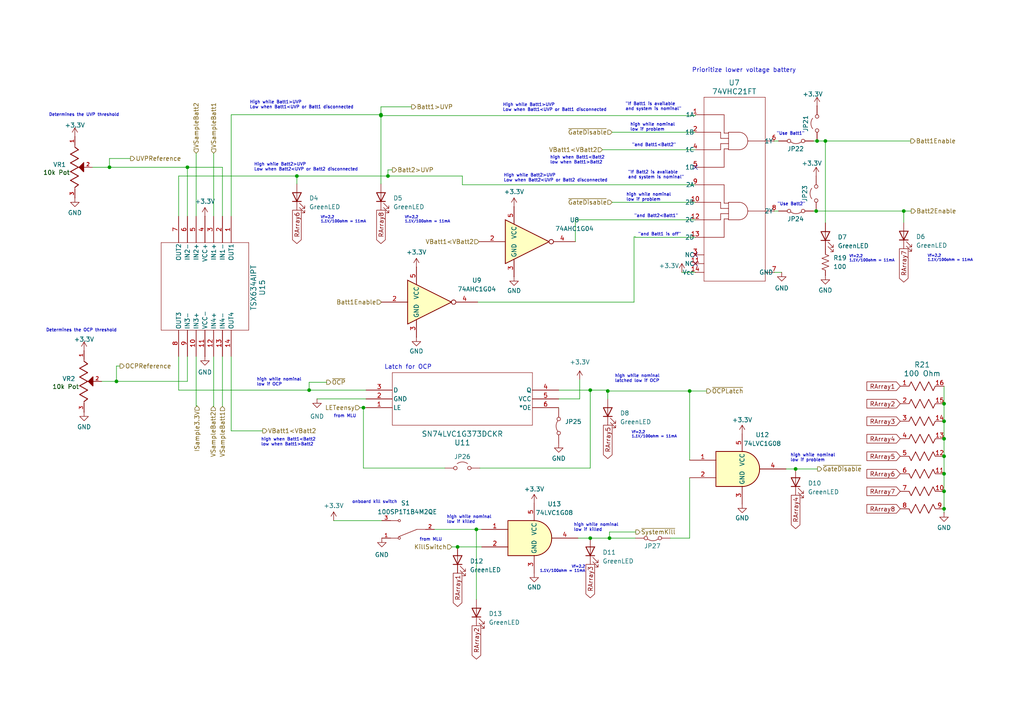
<source format=kicad_sch>
(kicad_sch (version 20231120) (generator "eeschema") (generator_version "8.0")
  (paper "A4")
  (lib_symbols
    (symbol "74xGxx:74AHC1G04"
      (property "Reference" "U" (at -2.54 3.81 0))
      (property "Value" "74AHC1G04" (at 0 -3.81 0))
      (symbol "74AHC1G04_1_1"
        (pin input line (at -15.24 0 0) (length 7.62) (name "~") (number "2"))
        (pin power_in line (at -5.08 -10.16 90) (length 5.08) (name "GND") (number "3"))
        (pin output inverted (at 12.7 0 180) (length 7.62) (name "~") (number "4"))
        (pin power_in line (at -5.08 10.16 270) (length 5.08) (name "VCC") (number "5"))
      )
    )
    (symbol "74xGxx:74LVC1G08"
      (property "Reference" "U" (at -5.08 7.62 0))
      (property "Value" "74LVC1G08" (at 7.62 -7.62 0))
      (symbol "74LVC1G08_1_1"
        (pin input line (at -15.24 2.54 0) (length 7.62) (name "~") (number "1"))
        (pin input line (at -15.24 -2.54 0) (length 7.62) (name "~") (number "2"))
        (pin power_in line (at 0 -10.16 90) (length 5.08) (name "GND") (number "3"))
        (pin output line (at 12.7 0 180) (length 7.62) (name "~") (number "4"))
        (pin power_in line (at 0 10.16 270) (length 5.08) (name "VCC") (number "5"))
      )
    )
    (symbol "Device:LED" (pin_numbers hide) (pin_names (offset 1.016) hide)
      (property "Reference" "D" (at 0 2.54 0))
      (property "Value" "LED" (at 0 -2.54 0))
      (symbol "LED_1_1"
        (pin passive line (at -3.81 0 0) (length 2.54) (name "K") (number "1"))
        (pin passive line (at 3.81 0 180) (length 2.54) (name "A") (number "2"))
      )
    )
    (symbol "Device:R_US" (pin_numbers hide) (pin_names (offset 0))
      (property "Reference" "R" (at 2.54 0 90))
      (property "Value" "R_US" (at -2.54 0 90))
      (symbol "R_US_1_1"
        (pin passive line (at 0 3.81 270) (length 1.27) (name "~") (number "1"))
        (pin passive line (at 0 -3.81 90) (length 1.27) (name "~") (number "2"))
      )
    )
    (symbol "Imported_Symbols:100SP1T1B4M2QE" (pin_names (offset 1.016))
      (property "Reference" "S" (at -2.54 5.08 0))
      (property "Value" "100SP1T1B4M2QE" (at -2.54 -5.08 0))
      (symbol "100SP1T1B4M2QE_0_0"
        (pin passive line (at 7.62 2.54 180) (length 2.54) (name "~") (number "1"))
        (pin passive line (at -7.62 0 0) (length 2.54) (name "~") (number "2"))
        (pin passive line (at 7.62 -2.54 180) (length 2.54) (name "~") (number "3"))
      )
    )
    (symbol "Imported_Symbols:3296W-1-103RLF" (pin_names (offset 1.016))
      (property "Reference" "VR" (at -5.0871 10.1742 0))
      (property "Value" "3296W-1-103RLF" (at -5.0926 -5.0926 0))
      (symbol "3296W-1-103RLF_0_0"
        (pin passive line (at -8.89 0 0) (length 2.54) (name "~") (number "1"))
        (pin passive line (at 0 5.08 270) (length 2.54) (name "~") (number "2"))
        (pin passive line (at 8.89 0 180) (length 2.54) (name "~") (number "3"))
      )
    )
    (symbol "Imported_Symbols:74VHC21FT" (pin_names (offset 0.254))
      (property "Reference" "U" (at 0 0 0))
      (property "Value" "74VHC21FT" (at 0 0 0))
      (property "Supplier 1" "https://www.digikey.com/en/products/detail/toshiba-semiconductor-and-storage/74VHC21FT/9865998" (at 0 0 0))
      (property "Supplier 1 S/N" "74VHC21FTCT-ND" (at 0 0 0))
      (symbol "74VHC21FT_1_1"
        (pin input line (at -2.54 -5.08 180) (length 0.0254) (name "1A") (number "1"))
        (pin input line (at -2.5146 -30.48 180) (length 0.0254) (name "2B") (number "10"))
        (pin no_connect line (at -2.5146 -48.26 180) (length 0.0254) (name "NC") (number "11"))
        (pin input line (at -2.5146 -35.56 180) (length 0.0254) (name "2C") (number "12"))
        (pin input line (at -2.5146 -40.64 180) (length 0.0254) (name "2D") (number "13"))
        (pin power_in line (at -2.5146 -50.8 180) (length 0.0254) (name "Vcc") (number "14"))
        (pin input line (at -2.54 -10.16 180) (length 0.0254) (name "1B") (number "2"))
        (pin no_connect line (at -2.5146 -45.72 180) (length 0.0254) (name "NC") (number "3"))
        (pin input line (at -2.5146 -15.24 180) (length 0.0254) (name "1C") (number "4"))
        (pin input line (at -2.5146 -20.32 180) (length 0.0254) (name "1D") (number "5"))
        (pin unspecified line (at 20.32 -12.7 180) (length 0.0254) (name "1Y") (number "6"))
        (pin power_out line (at 20.3454 -50.8 180) (length 0.0254) (name "GND") (number "7"))
        (pin unspecified line (at 20.3454 -33.02 180) (length 0.0254) (name "2Y") (number "8"))
        (pin input line (at -2.5146 -25.4 180) (length 0.0254) (name "2A") (number "9"))
      )
    )
    (symbol "Imported_Symbols:EXB-2HV222JV" (pin_names (offset 0.254))
      (property "Reference" "R" (at 7.62 -12.7 0))
      (property "Value" "EXB-2HV222JV" (at 7.62 -15.24 0))
      (symbol "EXB-2HV222JV_0_1"
        (pin unspecified line (at 0 0 0) (length 2.54) (name "") (number "1"))
        (pin unspecified line (at 12.7 -30.48 180) (length 2.54) (name "") (number "10"))
        (pin unspecified line (at 12.7 -25.4 180) (length 2.54) (name "") (number "11"))
        (pin unspecified line (at 12.7 -20.32 180) (length 2.54) (name "") (number "12"))
        (pin unspecified line (at 12.7 -15.24 180) (length 2.54) (name "") (number "13"))
        (pin unspecified line (at 12.7 -10.16 180) (length 2.54) (name "") (number "14"))
        (pin unspecified line (at 12.7 -5.08 180) (length 2.54) (name "") (number "15"))
        (pin unspecified line (at 12.7 0 180) (length 2.54) (name "") (number "16"))
        (pin unspecified line (at 0 -5.08 0) (length 2.54) (name "") (number "2"))
        (pin unspecified line (at 0 -10.16 0) (length 2.54) (name "") (number "3"))
        (pin unspecified line (at 0 -15.24 0) (length 2.54) (name "") (number "4"))
        (pin unspecified line (at 0 -20.32 0) (length 2.54) (name "") (number "5"))
        (pin unspecified line (at 0 -25.4 0) (length 2.54) (name "") (number "6"))
        (pin unspecified line (at 0 -30.48 0) (length 2.54) (name "") (number "7"))
        (pin unspecified line (at 0 -35.56 0) (length 2.54) (name "") (number "8"))
        (pin unspecified line (at 12.7 -35.56 180) (length 2.54) (name "") (number "9"))
      )
    )
    (symbol "Imported_Symbols:SN74LVC1G373DCKR" (pin_names (offset 0.254))
      (property "Reference" "U" (at 27.94 10.16 0))
      (property "Value" "SN74LVC1G373DCKR" (at 27.94 7.62 0))
      (symbol "SN74LVC1G373DCKR_1_1"
        (pin input line (at 0 0 0) (length 7.62) (name "LE") (number "1"))
        (pin power_in line (at 0 -2.54 0) (length 7.62) (name "GND") (number "2"))
        (pin input line (at 0 -5.08 0) (length 7.62) (name "D") (number "3"))
        (pin output line (at 55.88 -5.08 180) (length 7.62) (name "Q") (number "4"))
        (pin power_in line (at 55.88 -2.54 180) (length 7.62) (name "VCC") (number "5"))
        (pin input line (at 55.88 0 180) (length 7.62) (name "*OE") (number "6"))
      )
    )
    (symbol "Imported_Symbols:TSX634AIPT" (pin_names (offset 0.254))
      (property "Reference" "U" (at 20.32 10.16 0))
      (property "Value" "TSX634AIPT" (at 20.32 7.62 0))
      (property "Supplier 1" "https://www.digikey.com/en/products/detail/stmicroelectronics/TSX634AIPT/4280211" (at 0 0 0))
      (property "Supplier 1 S/N" "497-14067-1-ND" (at 0 0 0))
      (symbol "TSX634AIPT_0_1"
        (pin output line (at 0 0 0) (length 7.62) (name "OUT1") (number "1"))
        (pin input line (at 40.64 -10.16 180) (length 7.62) (name "IN3+") (number "10"))
        (pin power_in line (at 40.64 -7.62 180) (length 7.62) (name "VCC-") (number "11"))
        (pin input line (at 40.64 -5.08 180) (length 7.62) (name "IN4+") (number "12"))
        (pin input line (at 40.64 -2.54 180) (length 7.62) (name "IN4-") (number "13"))
        (pin output line (at 40.64 0 180) (length 7.62) (name "OUT4") (number "14"))
        (pin input line (at 0 -2.54 0) (length 7.62) (name "IN1-") (number "2"))
        (pin input line (at 0 -5.08 0) (length 7.62) (name "IN1+") (number "3"))
        (pin power_in line (at 0 -7.62 0) (length 7.62) (name "VCC+") (number "4"))
        (pin input line (at 0 -10.16 0) (length 7.62) (name "IN2+") (number "5"))
        (pin input line (at 0 -12.7 0) (length 7.62) (name "IN2-") (number "6"))
        (pin output line (at 0 -15.24 0) (length 7.62) (name "OUT2") (number "7"))
        (pin output line (at 40.64 -15.24 180) (length 7.62) (name "OUT3") (number "8"))
        (pin input line (at 40.64 -12.7 180) (length 7.62) (name "IN3-") (number "9"))
      )
    )
    (symbol "Jumper:Jumper_2_Bridged" (pin_numbers hide) (pin_names (offset 0) hide) (exclude_from_sim yes)
      (property "Reference" "JP" (at 0 1.905 0))
      (property "Value" "Jumper_2_Bridged" (at 0 -2.54 0))
      (symbol "Jumper_2_Bridged_1_1"
        (pin passive line (at -5.08 0 0) (length 2.54) (name "A") (number "1"))
        (pin passive line (at 5.08 0 180) (length 2.54) (name "B") (number "2"))
      )
    )
    (symbol "Jumper:Jumper_2_Open" (pin_numbers hide) (pin_names (offset 0) hide) (exclude_from_sim yes)
      (property "Reference" "JP" (at 0 2.794 0))
      (property "Value" "Jumper_2_Open" (at 0 -2.286 0))
      (symbol "Jumper_2_Open_1_1"
        (pin passive line (at -5.08 0 0) (length 2.54) (name "A") (number "1"))
        (pin passive line (at 5.08 0 180) (length 2.54) (name "B") (number "2"))
      )
    )
    (symbol "power:+3.3V" (power) (pin_numbers hide) (pin_names (offset 0) hide)
      (property "Value" "+3.3V" (at 0 3.556 0))
      (symbol "+3.3V_1_1"
        (pin power_in line (at 0 0 90) (length 0) (name "~") (number "1"))
      )
    )
    (symbol "power:GND" (power) (pin_numbers hide) (pin_names (offset 0) hide)
      (property "Value" "GND" (at 0 -3.81 0))
      (symbol "GND_1_1"
        (pin power_in line (at 0 0 270) (length 0) (name "~") (number "1"))
      )
    )
  )
  (junction (at 176.276 113.411))
  (junction (at 273.812 137.414))
  (junction (at 176.784 156.083))
  (junction (at 273.812 117.094))
  (junction (at 171.196 156.083))
  (junction (at 239.395 40.894))
  (junction (at 200.025 113.411))
  (junction (at 110.49 33.274))
  (junction (at 262.128 61.214))
  (junction (at 138.176 153.543))
  (junction (at 132.715 158.623))
  (junction (at 31.75 48.514))
  (junction (at 273.812 147.574))
  (junction (at 86.106 51.054))
  (junction (at 171.196 113.157))
  (junction (at 273.812 132.334))
  (junction (at 273.812 122.174))
  (junction (at 112.522 51.054))
  (junction (at 110.49 33.528))
  (junction (at 105.41 118.237))
  (junction (at 33.782 110.617))
  (junction (at 273.812 142.494))
  (junction (at 273.812 127.254))
  (junction (at 236.728 61.214))
  (junction (at 89.662 113.157))
  (junction (at 236.982 40.894))
  (junction (at 54.356 48.514))
  (junction (at 230.759 136.017))
  (no_connect (at 201.676 48.514))
  (no_connect (at 201.676 76.454))
  (no_connect (at 201.676 73.914))
  (wire (pts (xy 166.878 63.754) (xy 201.676 63.754)))
  (wire (pts (xy 168.148 110.109) (xy 168.148 115.697)))
  (wire (pts (xy 67.056 62.738) (xy 67.056 33.274)))
  (wire (pts (xy 113.792 49.276) (xy 112.522 49.276)))
  (wire (pts (xy 67.056 124.968) (xy 76.2 124.968)))
  (wire (pts (xy 119.38 30.988) (xy 110.49 30.988)))
  (wire (pts (xy 166.878 70.104) (xy 166.878 63.754)))
  (wire (pts (xy 273.812 142.494) (xy 273.812 147.574)))
  (wire (pts (xy 184.277 68.834) (xy 201.676 68.834)))
  (wire (pts (xy 183.896 68.707) (xy 184.277 68.707)))
  (wire (pts (xy 54.356 48.514) (xy 54.356 62.738)))
  (wire (pts (xy 171.196 113.157) (xy 176.276 113.157)))
  (wire (pts (xy 138.176 153.543) (xy 138.176 173.863)))
  (wire (pts (xy 138.176 153.543) (xy 139.7 153.543)))
  (wire (pts (xy 236.982 40.894) (xy 239.395 40.894)))
  (wire (pts (xy 56.896 44.45) (xy 56.896 62.738)))
  (wire (pts (xy 112.522 51.054) (xy 134.112 51.054)))
  (wire (pts (xy 230.759 136.017) (xy 237.109 136.017)))
  (wire (pts (xy 200.025 138.557) (xy 200.025 156.083)))
  (wire (pts (xy 162.052 113.157) (xy 171.196 113.157)))
  (wire (pts (xy 200.025 133.477) (xy 200.025 113.411)))
  (wire (pts (xy 200.025 113.411) (xy 204.978 113.411)))
  (wire (pts (xy 26.797 48.514) (xy 31.75 48.514)))
  (wire (pts (xy 33.782 106.172) (xy 33.782 110.617)))
  (wire (pts (xy 139.192 135.763) (xy 171.196 135.763)))
  (wire (pts (xy 104.394 118.237) (xy 105.41 118.237)))
  (wire (pts (xy 171.196 135.763) (xy 171.196 113.157)))
  (wire (pts (xy 235.966 61.214) (xy 236.728 61.214)))
  (wire (pts (xy 183.896 68.707) (xy 183.896 87.63)))
  (wire (pts (xy 105.41 118.237) (xy 106.172 118.237)))
  (wire (pts (xy 64.516 117.856) (xy 64.516 103.378)))
  (wire (pts (xy 51.816 113.157) (xy 89.662 113.157)))
  (wire (pts (xy 177.546 58.674) (xy 201.676 58.674)))
  (wire (pts (xy 201.6506 33.528) (xy 201.6506 33.274)))
  (wire (pts (xy 31.75 48.514) (xy 54.356 48.514)))
  (wire (pts (xy 57.15 117.729) (xy 56.896 117.729)))
  (wire (pts (xy 224.536 61.214) (xy 225.806 61.214)))
  (wire (pts (xy 125.984 153.543) (xy 138.176 153.543)))
  (wire (pts (xy 239.395 40.894) (xy 264.16 40.894)))
  (wire (pts (xy 86.106 51.054) (xy 112.522 51.054)))
  (wire (pts (xy 56.896 117.729) (xy 56.896 103.378)))
  (wire (pts (xy 262.128 61.214) (xy 262.128 64.516)))
  (wire (pts (xy 200.025 156.083) (xy 194.437 156.083)))
  (wire (pts (xy 162.052 118.237) (xy 162.052 118.491)))
  (wire (pts (xy 112.522 49.276) (xy 112.522 51.054)))
  (wire (pts (xy 110.49 33.528) (xy 110.49 53.34)))
  (wire (pts (xy 273.812 137.414) (xy 273.812 142.494)))
  (wire (pts (xy 176.784 156.083) (xy 171.196 156.083)))
  (wire (pts (xy 51.816 51.054) (xy 86.106 51.054)))
  (wire (pts (xy 273.812 122.174) (xy 273.812 127.254)))
  (wire (pts (xy 110.49 30.988) (xy 110.49 33.274)))
  (wire (pts (xy 236.728 61.214) (xy 262.128 61.214)))
  (wire (pts (xy 51.816 113.157) (xy 51.816 103.378)))
  (wire (pts (xy 96.774 151.003) (xy 110.744 151.003)))
  (wire (pts (xy 134.112 53.594) (xy 134.112 51.054)))
  (wire (pts (xy 176.784 154.305) (xy 176.784 156.083)))
  (wire (pts (xy 201.676 43.434) (xy 174.752 43.434)))
  (wire (pts (xy 227.965 136.017) (xy 230.759 136.017)))
  (wire (pts (xy 110.49 33.528) (xy 201.6506 33.528)))
  (wire (pts (xy 224.536 78.994) (xy 226.7331 78.994)))
  (wire (pts (xy 67.056 33.274) (xy 110.49 33.274)))
  (wire (pts (xy 105.41 135.763) (xy 105.41 118.237)))
  (wire (pts (xy 64.516 48.514) (xy 64.516 62.738)))
  (wire (pts (xy 168.148 115.697) (xy 162.052 115.697)))
  (wire (pts (xy 176.276 113.411) (xy 200.025 113.411)))
  (wire (pts (xy 134.112 53.594) (xy 201.676 53.594)))
  (wire (pts (xy 89.662 110.871) (xy 89.662 113.157)))
  (wire (pts (xy 273.812 127.254) (xy 273.812 132.334)))
  (wire (pts (xy 176.276 113.411) (xy 176.276 113.157)))
  (wire (pts (xy 167.64 156.083) (xy 171.196 156.083)))
  (wire (pts (xy 197.7771 78.994) (xy 201.676 78.994)))
  (wire (pts (xy 201.6506 38.354) (xy 177.546 38.354)))
  (wire (pts (xy 184.277 68.707) (xy 184.277 68.834)))
  (wire (pts (xy 273.812 148.717) (xy 273.812 147.574)))
  (wire (pts (xy 183.896 87.63) (xy 138.557 87.63)))
  (wire (pts (xy 176.784 154.305) (xy 184.404 154.305)))
  (wire (pts (xy 67.056 103.378) (xy 67.056 124.968)))
  (wire (pts (xy 131.064 158.623) (xy 132.715 158.623)))
  (wire (pts (xy 54.356 110.617) (xy 54.356 103.378)))
  (wire (pts (xy 273.812 117.094) (xy 273.812 122.174)))
  (wire (pts (xy 235.966 40.894) (xy 236.982 40.894)))
  (wire (pts (xy 31.75 45.974) (xy 31.75 48.514)))
  (wire (pts (xy 54.356 48.514) (xy 64.516 48.514)))
  (wire (pts (xy 61.849 117.856) (xy 61.976 117.856)))
  (wire (pts (xy 132.715 158.623) (xy 139.7 158.623)))
  (wire (pts (xy 262.128 61.214) (xy 264.287 61.214)))
  (wire (pts (xy 106.172 113.157) (xy 89.662 113.157)))
  (wire (pts (xy 86.106 53.34) (xy 86.106 51.054)))
  (wire (pts (xy 110.49 33.528) (xy 110.49 33.274)))
  (wire (pts (xy 129.032 135.763) (xy 105.41 135.763)))
  (wire (pts (xy 176.784 156.083) (xy 184.277 156.083)))
  (wire (pts (xy 224.5106 40.894) (xy 225.806 40.894)))
  (wire (pts (xy 61.976 44.45) (xy 61.976 62.738)))
  (wire (pts (xy 51.816 62.738) (xy 51.816 51.054)))
  (wire (pts (xy 31.75 45.974) (xy 37.846 45.974)))
  (wire (pts (xy 239.395 40.894) (xy 239.395 64.643)))
  (wire (pts (xy 34.798 106.172) (xy 33.782 106.172)))
  (wire (pts (xy 176.276 113.411) (xy 176.276 115.697)))
  (wire (pts (xy 91.948 115.697) (xy 106.172 115.697)))
  (wire (pts (xy 273.812 112.014) (xy 273.812 117.094)))
  (wire (pts (xy 33.782 110.617) (xy 54.356 110.617)))
  (wire (pts (xy 94.742 110.871) (xy 89.662 110.871)))
  (wire (pts (xy 273.812 132.334) (xy 273.812 137.414)))
  (wire (pts (xy 29.464 110.617) (xy 33.782 110.617)))
  (wire (pts (xy 61.976 117.856) (xy 61.976 103.378)))
  (text "Determines the UVP threshold" (at 24.384 33.401 0) (effects (font (size 0.889 0.889))))
  (text "onboard kill switch" (at 102.108 145.669 0) (effects (font (size 0.889 0.889)) (justify left)))
  (text "\"If Batt1 is available \nand system is nominal\"" (at 181.356 30.988 0) (effects (font (size 0.889 0.889)) (justify left)))
  (text "Vf=2.2\n1.1V/100ohm = 11mA" (at 183.134 126.111 0) (effects (font (size 0.762 0.762)) (justify left)))
  (text "high when Batt1<Batt2\nlow when Batt1>Batt2" (at 159.512 46.482 0) (effects (font (size 0.889 0.889)) (justify left)))
  (text "high while nominal\nlow if problem" (at 182.753 36.957 0) (effects (font (size 0.889 0.889)) (justify left)))
  (text "High while Batt1>UVP\nLow when Batt1<UVP or Batt1 disconnected" (at 72.39 30.48 0) (effects (font (size 0.889 0.889)) (justify left)))
  (text "high while nominal\nlow if killed" (at 129.54 150.749 0) (effects (font (size 0.889 0.889)) (justify left)))
  (text "\"and Batt1<Batt2\"" (at 183.261 42.164 0) (effects (font (size 0.889 0.889)) (justify left)))
  (text "high while nominal\nlow if problem" (at 229.235 132.842 0) (effects (font (size 0.889 0.889)) (justify left)))
  (text "from MLU" (at 121.666 156.591 0) (effects (font (size 0.889 0.889)) (justify left)))
  (text "High while Batt1>UVP\nLow when Batt1<UVP or Batt1 disconnected" (at 145.796 31.242 0) (effects (font (size 0.889 0.889)) (justify left)))
  (text "Vf=2.2\n1.1V/100ohm = 11mA" (at 169.799 165.1 0) (effects (font (size 0.762 0.762)) (justify right)))
  (text "\"Use Batt2\"" (at 225.425 59.309 0) (effects (font (size 0.889 0.889)) (justify left)))
  (text "\"Use Batt1\"" (at 225.2091 38.862 0) (effects (font (size 0.889 0.889)) (justify left)))
  (text "Vf=2.2\n1.1V/100ohm = 11mA" (at 268.986 74.93 0) (effects (font (size 0.762 0.762)) (justify left)))
  (text "high when Batt1<Batt2\nlow when Batt1>Batt2" (at 75.692 128.27 0) (effects (font (size 0.889 0.889)) (justify left)))
  (text "Vf=2.2\n1.1V/100ohm = 11mA" (at 92.964 63.754 0) (effects (font (size 0.762 0.762)) (justify left)))
  (text "high while nominal\nlatched low if OCP" (at 178.308 109.855 0) (effects (font (size 0.889 0.889)) (justify left)))
  (text "Prioritize lower voltage battery" (at 200.66 20.447 0) (effects (font (size 1.27 1.27)) (justify left)))
  (text "High while Batt2>UVP\nLow when Batt2<UVP or Batt2 disconnected" (at 73.66 48.514 0) (effects (font (size 0.889 0.889)) (justify left)))
  (text "Vf=2.2\n1.1V/100ohm = 11mA" (at 117.348 63.754 0) (effects (font (size 0.762 0.762)) (justify left)))
  (text "high while nominal\nlow if problem" (at 181.61 57.277 0) (effects (font (size 0.889 0.889)) (justify left)))
  (text "High while Batt2>UVP\nLow when Batt2<UVP or Batt2 disconnected" (at 146.05 51.689 0) (effects (font (size 0.889 0.889)) (justify left)))
  (text "Determines the OCP threshold" (at 23.622 95.885 0) (effects (font (size 0.889 0.889))))
  (text "\"and Batt1 is off\"" (at 185.039 68.072 0) (effects (font (size 0.889 0.889)) (justify left)))
  (text "\"If Batt2 is available \nand system is nominal\"" (at 182.118 50.8 0) (effects (font (size 0.889 0.889)) (justify left)))
  (text "Latch for OCP" (at 118.364 106.553 0) (effects (font (size 1.27 1.27))))
  (text "\"and Batt2<Batt1\"" (at 183.896 62.738 0) (effects (font (size 0.889 0.889)) (justify left)))
  (text "Vf=2.2\n1.1V/100ohm = 11mA" (at 246.253 75.057 0) (effects (font (size 0.762 0.762)) (justify left)))
  (text "from MLU" (at 96.774 120.777 0) (effects (font (size 0.889 0.889)) (justify left)))
  (text "high while nominal\nlow if killed" (at 166.37 153.035 0) (effects (font (size 0.889 0.889)) (justify left)))
  (text "high while nominal\nlow if OCP" (at 74.422 110.871 0) (effects (font (size 0.889 0.889)) (justify left)))
  (global_label "RArray4" (shape output) (at 230.759 143.637 270) (property "Intersheetrefs" "${INTERSHEET_REFS}" (effects (hide yes))))
  (global_label "RArray8" (shape input) (at 261.112 147.574 180) (property "Intersheetrefs" "${INTERSHEET_REFS}" (effects (hide yes))))
  (global_label "RArray2" (shape output) (at 138.176 181.483 270) (property "Intersheetrefs" "${INTERSHEET_REFS}" (effects (hide yes))))
  (global_label "RArray7" (shape input) (at 261.112 142.494 180) (property "Intersheetrefs" "${INTERSHEET_REFS}" (effects (hide yes))))
  (global_label "RArray5" (shape input) (at 261.112 132.334 180) (property "Intersheetrefs" "${INTERSHEET_REFS}" (effects (hide yes))))
  (global_label "RArray2" (shape input) (at 261.112 117.094 180) (property "Intersheetrefs" "${INTERSHEET_REFS}" (effects (hide yes))))
  (global_label "RArray4" (shape input) (at 261.112 127.254 180) (property "Intersheetrefs" "${INTERSHEET_REFS}" (effects (hide yes))))
  (global_label "RArray7" (shape output) (at 262.128 72.136 270) (property "Intersheetrefs" "${INTERSHEET_REFS}" (effects (hide yes))))
  (global_label "RArray1" (shape output) (at 132.715 166.243 270) (property "Intersheetrefs" "${INTERSHEET_REFS}" (effects (hide yes))))
  (global_label "RArray3" (shape input) (at 261.112 122.174 180) (property "Intersheetrefs" "${INTERSHEET_REFS}" (effects (hide yes))))
  (global_label "RArray5" (shape output) (at 176.276 123.317 270) (property "Intersheetrefs" "${INTERSHEET_REFS}" (effects (hide yes))))
  (global_label "RArray6" (shape input) (at 261.112 137.414 180) (property "Intersheetrefs" "${INTERSHEET_REFS}" (effects (hide yes))))
  (global_label "RArray3" (shape output) (at 171.196 163.703 270) (property "Intersheetrefs" "${INTERSHEET_REFS}" (effects (hide yes))))
  (global_label "RArray1" (shape input) (at 261.112 112.014 180) (property "Intersheetrefs" "${INTERSHEET_REFS}" (effects (hide yes))))
  (global_label "RArray6" (shape output) (at 86.106 60.96 270) (property "Intersheetrefs" "${INTERSHEET_REFS}" (effects (hide yes))))
  (global_label "RArray8" (shape output) (at 110.49 60.96 270) (property "Intersheetrefs" "${INTERSHEET_REFS}" (effects (hide yes))))
  (hierarchical_label "~{OCPLatch}" (shape output) (at 204.978 113.411 0))
  (hierarchical_label "VSampleBatt2" (shape input) (at 61.849 117.856 270))
  (hierarchical_label "VBatt1<VBatt2" (shape input) (at 174.752 43.434 180))
  (hierarchical_label "OCPReference" (shape output) (at 34.798 106.172 0))
  (hierarchical_label "Batt2>UVP" (shape output) (at 113.792 49.276 0))
  (hierarchical_label "VBatt1<VBatt2" (shape input) (at 138.938 70.104 180))
  (hierarchical_label "~{GateDisable}" (shape output) (at 237.109 136.017 0))
  (hierarchical_label "VSampleBatt1" (shape input) (at 64.516 117.856 270))
  (hierarchical_label "~{GateDisable}" (shape input) (at 177.546 58.674 180))
  (hierarchical_label "Batt1Enable" (shape input) (at 110.617 87.63 180))
  (hierarchical_label "Batt1Enable" (shape output) (at 264.16 40.894 0))
  (hierarchical_label "VSampleBatt1" (shape input) (at 61.976 44.45 90))
  (hierarchical_label "VBatt1<VBatt2" (shape output) (at 76.2 124.968 0))
  (hierarchical_label "~{GateDisable}" (shape input) (at 177.546 38.354 180))
  (hierarchical_label "LETeensy" (shape input) (at 104.394 118.237 180))
  (hierarchical_label "~{SystemKill}" (shape output) (at 184.404 154.305 0))
  (hierarchical_label "ISample3.3V" (shape input) (at 57.15 117.729 270))
  (hierarchical_label "UVPReference" (shape output) (at 37.846 45.974 0))
  (hierarchical_label "KillSwitch" (shape input) (at 131.064 158.623 180))
  (hierarchical_label "Batt1>UVP" (shape output) (at 119.38 30.988 0))
  (hierarchical_label "VSampleBatt2" (shape input) (at 56.896 44.45 90))
  (hierarchical_label "~{OCP}" (shape output) (at 94.742 110.871 0))
  (hierarchical_label "Batt2Enable" (shape output) (at 264.287 61.214 0))
  (symbol (lib_id "74xGxx:74LVC1G08") (at 154.94 156.083 0) (unit 1)
    (property "Reference" "U13" (at 160.782 146.177 0))
    (property "Value" "74LVC1G08" (at 160.782 148.717 0))
    (property "Footprint" "Package_TO_SOT_SMD:SOT-353_SC-70-5_Handsoldering" (effects (hide yes)))
    (property "Datasheet" "https://www.ti.com/lit/ds/symlink/sn74lvc1g08.pdf" (effects (hide yes)))
    (property "Description" "Single AND Gate, Low-Voltage CMOS" (effects (hide yes)))
    (property "MFR" "Texas Instruments" (effects (hide yes)))
    (property "MFR S/N" "SN74LVC1G08DCKR" (effects (hide yes)))
    (property "Supplier 1" "https://www.digikey.com/en/products/detail/texas-instruments/SN74LVC1G08DCKR/385719" (effects (hide yes)))
    (property "Supplier 1 S/N" "296-11602-1-ND" (effects (hide yes)))
  )
  (symbol (lib_id "Device:R_US") (at 239.395 76.073 0) (unit 1)
    (property "Reference" "R19" (at 241.681 74.8029 0) (effects (justify left)))
    (property "Value" "100" (at 241.681 77.3429 0) (effects (justify left)))
    (property "Footprint" "Resistor_SMD:R_0805_2012Metric_Pad1.20x1.40mm_HandSolder" (effects (hide yes)))
    (property "Description" "Resistor, US symbol" (effects (hide yes)))
    (property "Supplier 1" "https://www.digikey.com/en/products/detail/yageo/RC0805FR-07100RL/727543" (effects (hide yes)))
    (property "Supplier 1 S/N" "311-100CRCT-ND" (effects (hide yes)))
  )
  (symbol (lib_id "power:+3.3V") (at 149.098 59.944 0) (unit 1)
    (property "Reference" "#PWR069" (effects (hide yes)))
    (property "Value" "+3.3V" (at 149.098 55.626 0))
    (property "Description" "Power symbol creates a global label with name \"+3.3V\"" (effects (hide yes)))
  )
  (symbol (lib_id "Device:LED") (at 86.106 57.15 90) (unit 1)
    (property "Reference" "D4" (at 89.662 57.4674 90) (effects (justify right)))
    (property "Value" "GreenLED" (at 89.662 60.0074 90) (effects (justify right)))
    (property "Footprint" "LED_SMD:LED_0603_1608Metric_Pad1.05x0.95mm_HandSolder" (effects (hide yes)))
    (property "Datasheet" "https://fscdn.rohm.com/en/products/databook/datasheet/opto/led/chip_mono/sml-d12p8wt86-e.pdf" (effects (hide yes)))
    (property "Description" "Green LED, Vf = 2.2" (effects (hide yes)))
    (property "Supplier 1" "https://www.digikey.com/en/products/detail/rohm-semiconductor/SML-D12P8WT86/1641798" (effects (hide yes)))
    (property "Supplier 1 S/N" "846-SML-D12P8WT86CT-ND" (effects (hide yes)))
  )
  (symbol (lib_id "power:+3.3V") (at 24.384 101.727 0) (unit 1)
    (property "Reference" "#PWR079" (effects (hide yes)))
    (property "Value" "+3.3V" (at 24.384 98.425 0))
    (property "Description" "Power symbol creates a global label with name \"+3.3V\"" (effects (hide yes)))
  )
  (symbol (lib_id "74xGxx:74AHC1G04") (at 125.857 87.63 0) (unit 1)
    (property "Reference" "U9" (at 138.303 81.3114 0))
    (property "Value" "74AHC1G04" (at 138.303 83.8514 0))
    (property "Footprint" "Package_TO_SOT_SMD:SOT-353_SC-70-5_Handsoldering" (effects (hide yes)))
    (property "Datasheet" "http://www.ti.com/lit/sg/scyt129e/scyt129e.pdf" (effects (hide yes)))
    (property "Description" "Single NOT Gate, Low-Voltage CMOS" (effects (hide yes)))
    (property "Supplier 1" "https://www.digikey.com/en/products/detail/texas-instruments/SN74LVC1G04DCKR/385717" (effects (hide yes)))
    (property "Supplier 1 S/N" "296-11600-1-ND" (effects (hide yes)))
  )
  (symbol (lib_id "power:+3.3V") (at 21.717 39.624 0) (unit 1)
    (property "Reference" "#PWR061" (effects (hide yes)))
    (property "Value" "+3.3V" (at 21.717 36.322 0))
    (property "Description" "Power symbol creates a global label with name \"+3.3V\"" (effects (hide yes)))
  )
  (symbol (lib_id "Device:LED") (at 230.759 139.827 90) (unit 1)
    (property "Reference" "D10" (at 234.315 140.1444 90) (effects (justify right)))
    (property "Value" "GreenLED" (at 234.315 142.6844 90) (effects (justify right)))
    (property "Footprint" "LED_SMD:LED_0603_1608Metric_Pad1.05x0.95mm_HandSolder" (effects (hide yes)))
    (property "Datasheet" "https://fscdn.rohm.com/en/products/databook/datasheet/opto/led/chip_mono/sml-d12p8wt86-e.pdf" (effects (hide yes)))
    (property "Description" "Green LED, Vf = 2.2" (effects (hide yes)))
    (property "Supplier 1" "https://www.digikey.com/en/products/detail/rohm-semiconductor/SML-D12P8WT86/1641798" (effects (hide yes)))
    (property "Supplier 1 S/N" "846-SML-D12P8WT86CT-ND" (effects (hide yes)))
  )
  (symbol (lib_id "power:GND") (at 21.717 57.404 0) (unit 1)
    (property "Reference" "#PWR066" (effects (hide yes)))
    (property "Value" "GND" (at 21.717 61.722 0))
    (property "Description" "Power symbol creates a global label with name \"GND\" , ground" (effects (hide yes)))
  )
  (symbol (lib_id "power:GND") (at 120.777 97.79 0) (unit 1)
    (property "Reference" "#PWR078" (effects (hide yes)))
    (property "Value" "GND" (at 120.777 101.854 0))
    (property "Description" "Power symbol creates a global label with name \"GND\" , ground" (effects (hide yes)))
  )
  (symbol (lib_id "Imported_Symbols:100SP1T1B4M2QE") (at 118.364 153.543 180) (unit 1)
    (property "Reference" "S1" (at 117.602 145.923 0))
    (property "Value" "100SP1T1B4M2QE" (at 118.11 148.463 0))
    (property "Footprint" "Imported_Footprints:SW_100SP1T1B4M2QE" (effects (hide yes)))
    (property "Datasheet" "https://configured-product-images.s3.amazonaws.com/Datasheets/100.pdf" (effects (hide yes)))
    (property "PARTREV" "E" (effects (hide yes)))
    (property "STANDARD" "Manufacturer Recommendations" (effects (hide yes)))
    (property "MAXIMUM_PACKAGE_HEIGHT" "29.68 mm" (effects (hide yes)))
    (property "MANUFACTURER" "E-Switch" (effects (hide yes)))
    (property "Supplier 1" "https://www.digikey.com/en/products/detail/e-switch/100SP1T1B4M2QE/378824" (effects (hide yes)))
    (property "Supplier 1 S/N" "EG2355-ND" (effects (hide yes)))
  )
  (symbol (lib_id "power:GND") (at 273.812 148.717 0) (unit 1)
    (property "Reference" "#PWR089" (effects (hide yes)))
    (property "Value" "GND" (at 273.812 153.035 0))
    (property "Description" "Power symbol creates a global label with name \"GND\" , ground" (effects (hide yes)))
  )
  (symbol (lib_id "power:GND") (at 239.395 79.883 0) (unit 1)
    (property "Reference" "#PWR076" (effects (hide yes)))
    (property "Value" "GND" (at 239.395 84.201 0))
    (property "Description" "Power symbol creates a global label with name \"GND\" , ground" (effects (hide yes)))
  )
  (symbol (lib_id "power:GND") (at 59.436 103.378 0) (unit 1)
    (property "Reference" "#PWR063" (effects (hide yes)))
    (property "Value" "GND" (at 59.436 107.95 0))
    (property "Description" "Power symbol creates a global label with name \"GND\" , ground" (effects (hide yes)))
  )
  (symbol (lib_id "Device:LED") (at 239.395 68.453 90) (unit 1)
    (property "Reference" "D7" (at 242.951 68.7704 90) (effects (justify right)))
    (property "Value" "GreenLED" (at 242.951 71.3104 90) (effects (justify right)))
    (property "Footprint" "LED_SMD:LED_0603_1608Metric_Pad1.05x0.95mm_HandSolder" (effects (hide yes)))
    (property "Datasheet" "https://fscdn.rohm.com/en/products/databook/datasheet/opto/led/chip_mono/sml-d12p8wt86-e.pdf" (effects (hide yes)))
    (property "Description" "Green LED, Vf = 2.2" (effects (hide yes)))
    (property "Supplier 1" "https://www.digikey.com/en/products/detail/rohm-semiconductor/SML-D12P8WT86/1641798" (effects (hide yes)))
    (property "Supplier 1 S/N" "846-SML-D12P8WT86CT-ND" (effects (hide yes)))
  )
  (symbol (lib_id "power:+3.3V") (at 154.94 145.923 0) (unit 1)
    (property "Reference" "#PWR091" (effects (hide yes)))
    (property "Value" "+3.3V" (at 154.94 141.859 0))
    (property "Description" "Power symbol creates a global label with name \"+3.3V\"" (effects (hide yes)))
  )
  (symbol (lib_id "Device:LED") (at 110.49 57.15 90) (unit 1)
    (property "Reference" "D5" (at 114.046 57.4674 90) (effects (justify right)))
    (property "Value" "GreenLED" (at 114.046 60.0074 90) (effects (justify right)))
    (property "Footprint" "LED_SMD:LED_0603_1608Metric_Pad1.05x0.95mm_HandSolder" (effects (hide yes)))
    (property "Datasheet" "https://fscdn.rohm.com/en/products/databook/datasheet/opto/led/chip_mono/sml-d12p8wt86-e.pdf" (effects (hide yes)))
    (property "Description" "Green LED, Vf = 2.2" (effects (hide yes)))
    (property "Supplier 1" "https://www.digikey.com/en/products/detail/rohm-semiconductor/SML-D12P8WT86/1641798" (effects (hide yes)))
    (property "Supplier 1 S/N" "846-SML-D12P8WT86CT-ND" (effects (hide yes)))
  )
  (symbol (lib_id "power:+3.3V") (at 215.265 125.857 0) (unit 1)
    (property "Reference" "#PWR086" (effects (hide yes)))
    (property "Value" "+3.3V" (at 215.265 121.793 0))
    (property "Description" "Power symbol creates a global label with name \"+3.3V\"" (effects (hide yes)))
  )
  (symbol (lib_id "Device:LED") (at 262.128 68.326 90) (unit 1)
    (property "Reference" "D6" (at 265.684 68.6434 90) (effects (justify right)))
    (property "Value" "GreenLED" (at 265.684 71.1834 90) (effects (justify right)))
    (property "Footprint" "LED_SMD:LED_0603_1608Metric_Pad1.05x0.95mm_HandSolder" (effects (hide yes)))
    (property "Datasheet" "https://fscdn.rohm.com/en/products/databook/datasheet/opto/led/chip_mono/sml-d12p8wt86-e.pdf" (effects (hide yes)))
    (property "Description" "Green LED, Vf = 2.2" (effects (hide yes)))
    (property "Supplier 1" "https://www.digikey.com/en/products/detail/rohm-semiconductor/SML-D12P8WT86/1641798" (effects (hide yes)))
    (property "Supplier 1 S/N" "846-SML-D12P8WT86CT-ND" (effects (hide yes)))
  )
  (symbol (lib_id "power:GND") (at 226.7331 78.994 0) (unit 1)
    (property "Reference" "#PWR074" (effects (hide yes)))
    (property "Value" "GND" (at 226.7331 83.566 0))
    (property "Description" "Power symbol creates a global label with name \"GND\" , ground" (effects (hide yes)))
  )
  (symbol (lib_id "power:+3.3V") (at 96.774 151.003 0) (unit 1)
    (property "Reference" "#PWR093" (effects (hide yes)))
    (property "Value" "+3.3V" (at 96.774 146.685 0))
    (property "Description" "Power symbol creates a global label with name \"+3.3V\"" (effects (hide yes)))
  )
  (symbol (lib_id "Jumper:Jumper_2_Bridged") (at 230.886 61.214 0) (mirror x) (unit 1) (exclude_from_sim yes)
    (property "Reference" "JP24" (at 230.759 63.5 0))
    (property "Value" "Jumper_2_Bridged" (effects (hide yes)))
    (property "Footprint" "Jumper:SolderJumper-2_P1.3mm_Bridged2Bar_RoundedPad1.0x1.5mm" (effects (hide yes)))
    (property "Description" "Jumper, 2-pole, closed/bridged" (effects (hide yes)))
  )
  (symbol (lib_id "Imported_Symbols:SN74LVC1G373DCKR") (at 106.172 118.237 0) (mirror x) (unit 1)
    (property "Reference" "U11" (at 134.112 128.397 0) (effects (font (size 1.524 1.524))))
    (property "Value" "SN74LVC1G373DCKR" (at 134.112 125.857 0) (effects (font (size 1.524 1.524))))
    (property "Footprint" "Imported_Footprints:SN74LVC" (effects (hide yes)))
    (property "Datasheet" "https://www.ti.com/general/docs/suppproductinfo.tsp?distId=10&gotoUrl=https%3A%2F%2Fwww.ti.com%2Flit%2Fgpn%2Fsn74lvc1g373" (effects (hide yes)))
    (property "MFR" "Texas Instruments" (effects (hide yes)))
    (property "MFR S/N" "SN74LVC1G373DCKR" (effects (hide yes)))
    (property "Supplier 1" "https://www.digikey.com/en/products/detail/texas-instruments/SN74LVC1G373DCKR/863611" (effects (hide yes)))
    (property "Supplier 1 S/N" "296-18775-1-ND" (effects (hide yes)))
  )
  (symbol (lib_id "Imported_Symbols:74VHC21FT") (at 204.1906 28.194 0) (unit 1)
    (property "Reference" "U7" (at 212.9536 24.003 0) (effects (font (size 1.524 1.524))))
    (property "Value" "74VHC21FT" (at 212.9536 26.543 0) (effects (font (size 1.524 1.524))))
    (property "Footprint" "Imported_Footprints:TSSOP14B" (effects (hide yes)))
    (property "Datasheet" "https://toshiba.semicon-storage.com/info/74VHC21FT_datasheet_en_20160818.pdf?did=15696&prodName=74VHC21FT" (effects (hide yes)))
    (property "Description" "2CH 4input AND gate" (effects (hide yes)))
    (property "Supplier 1" "https://www.digikey.com/en/products/detail/toshiba-semiconductor-and-storage/74VHC21FT/9865998" (effects (hide yes)))
    (property "Supplier 1 S/N" "74VHC21FTCT-ND" (effects (hide yes)))
  )
  (symbol (lib_id "power:GND") (at 149.098 80.264 0) (unit 1)
    (property "Reference" "#PWR077" (effects (hide yes)))
    (property "Value" "GND" (at 149.098 84.328 0))
    (property "Description" "Power symbol creates a global label with name \"GND\" , ground" (effects (hide yes)))
  )
  (symbol (lib_id "power:GND") (at 162.052 128.651 0) (unit 1)
    (property "Reference" "#PWR087" (effects (hide yes)))
    (property "Value" "GND" (at 162.052 132.969 0))
    (property "Description" "Power symbol creates a global label with name \"GND\" , ground" (effects (hide yes)))
  )
  (symbol (lib_id "power:GND") (at 24.384 119.507 0) (unit 1)
    (property "Reference" "#PWR082" (effects (hide yes)))
    (property "Value" "GND" (at 24.384 123.825 0))
    (property "Description" "Power symbol creates a global label with name \"GND\" , ground" (effects (hide yes)))
  )
  (symbol (lib_id "Device:LED") (at 171.196 159.893 90) (unit 1)
    (property "Reference" "D11" (at 174.752 160.2104 90) (effects (justify right)))
    (property "Value" "GreenLED" (at 174.752 162.7504 90) (effects (justify right)))
    (property "Footprint" "LED_SMD:LED_0603_1608Metric_Pad1.05x0.95mm_HandSolder" (effects (hide yes)))
    (property "Datasheet" "https://fscdn.rohm.com/en/products/databook/datasheet/opto/led/chip_mono/sml-d12p8wt86-e.pdf" (effects (hide yes)))
    (property "Description" "Green LED, Vf = 2.2" (effects (hide yes)))
    (property "Supplier 1" "https://www.digikey.com/en/products/detail/rohm-semiconductor/SML-D12P8WT86/1641798" (effects (hide yes)))
    (property "Supplier 1 S/N" "846-SML-D12P8WT86CT-ND" (effects (hide yes)))
  )
  (symbol (lib_id "power:+3.3V") (at 236.982 30.734 0) (unit 1)
    (property "Reference" "#PWR062" (effects (hide yes)))
    (property "Value" "+3.3V" (at 235.712 27.305 0))
    (property "Description" "Power symbol creates a global label with name \"+3.3V\"" (effects (hide yes)))
  )
  (symbol (lib_id "power:GND") (at 154.94 166.243 0) (unit 1)
    (property "Reference" "#PWR096" (effects (hide yes)))
    (property "Value" "GND" (at 154.94 170.307 0))
    (property "Description" "Power symbol creates a global label with name \"GND\" , ground" (effects (hide yes)))
  )
  (symbol (lib_id "Device:LED") (at 138.176 177.673 90) (unit 1)
    (property "Reference" "D13" (at 141.732 177.9904 90) (effects (justify right)))
    (property "Value" "GreenLED" (at 141.732 180.5304 90) (effects (justify right)))
    (property "Footprint" "LED_SMD:LED_0603_1608Metric_Pad1.05x0.95mm_HandSolder" (effects (hide yes)))
    (property "Datasheet" "https://fscdn.rohm.com/en/products/databook/datasheet/opto/led/chip_mono/sml-d12p8wt86-e.pdf" (effects (hide yes)))
    (property "Description" "Green LED, Vf = 2.2" (effects (hide yes)))
    (property "Supplier 1" "https://www.digikey.com/en/products/detail/rohm-semiconductor/SML-D12P8WT86/1641798" (effects (hide yes)))
    (property "Supplier 1 S/N" "846-SML-D12P8WT86CT-ND" (effects (hide yes)))
  )
  (symbol (lib_id "Jumper:Jumper_2_Open") (at 134.112 135.763 0) (unit 1) (exclude_from_sim yes)
    (property "Reference" "JP26" (at 134.112 132.461 0))
    (property "Value" "Jumper_2_Open" (effects (hide yes)))
    (property "Footprint" "Jumper:SolderJumper-2_P1.3mm_Open_RoundedPad1.0x1.5mm" (effects (hide yes)))
    (property "Description" "Jumper, 2-pole, open" (effects (hide yes)))
  )
  (symbol (lib_id "Jumper:Jumper_2_Open") (at 236.728 56.134 90) (unit 1) (exclude_from_sim yes)
    (property "Reference" "JP23" (at 233.426 56.134 0))
    (property "Value" "Jumper_2_Open" (effects (hide yes)))
    (property "Footprint" "Jumper:SolderJumper-2_P1.3mm_Open_RoundedPad1.0x1.5mm" (effects (hide yes)))
    (property "Description" "Jumper, 2-pole, open" (effects (hide yes)))
  )
  (symbol (lib_id "74xGxx:74LVC1G08") (at 215.265 136.017 0) (unit 1)
    (property "Reference" "U12" (at 221.107 126.111 0))
    (property "Value" "74LVC1G08" (at 221.107 128.651 0))
    (property "Footprint" "Package_TO_SOT_SMD:SOT-353_SC-70-5_Handsoldering" (effects (hide yes)))
    (property "Datasheet" "https://www.ti.com/lit/ds/symlink/sn74lvc1g08.pdf" (effects (hide yes)))
    (property "Description" "Single AND Gate, Low-Voltage CMOS" (effects (hide yes)))
    (property "MFR" "Texas Instruments" (effects (hide yes)))
    (property "MFR S/N" "SN74LVC1G08DCKR" (effects (hide yes)))
    (property "Supplier 1" "https://www.digikey.com/en/products/detail/texas-instruments/SN74LVC1G08DCKR/385719" (effects (hide yes)))
    (property "Supplier 1 S/N" "296-11602-1-ND" (effects (hide yes)))
  )
  (symbol (lib_id "power:+3.3V") (at 168.148 110.109 0) (unit 1)
    (property "Reference" "#PWR080" (effects (hide yes)))
    (property "Value" "+3.3V" (at 168.148 105.029 0))
    (property "Description" "Power symbol creates a global label with name \"+3.3V\"" (effects (hide yes)))
  )
  (symbol (lib_id "Jumper:Jumper_2_Open") (at 236.982 35.814 90) (unit 1) (exclude_from_sim yes)
    (property "Reference" "JP21" (at 233.68 35.814 0))
    (property "Value" "Jumper_2_Open" (effects (hide yes)))
    (property "Footprint" "Jumper:SolderJumper-2_P1.3mm_Open_RoundedPad1.0x1.5mm" (effects (hide yes)))
    (property "Description" "Jumper, 2-pole, open" (effects (hide yes)))
  )
  (symbol (lib_id "Jumper:Jumper_2_Bridged") (at 162.052 123.571 90) (unit 1) (exclude_from_sim yes)
    (property "Reference" "JP25" (at 163.83 122.3009 90) (effects (justify right)))
    (property "Value" "Jumper_2_Bridged" (effects (hide yes)))
    (property "Footprint" "Jumper:SolderJumper-2_P1.3mm_Bridged2Bar_RoundedPad1.0x1.5mm" (effects (hide yes)))
    (property "Description" "Jumper, 2-pole, closed/bridged" (effects (hide yes)))
  )
  (symbol (lib_id "power:+3.3V") (at 120.777 77.47 0) (unit 1)
    (property "Reference" "#PWR072" (effects (hide yes)))
    (property "Value" "+3.3V" (at 120.777 73.152 0))
    (property "Description" "Power symbol creates a global label with name \"+3.3V\"" (effects (hide yes)))
  )
  (symbol (lib_id "Jumper:Jumper_2_Bridged") (at 189.357 156.083 0) (mirror x) (unit 1) (exclude_from_sim yes)
    (property "Reference" "JP27" (at 189.23 158.369 0))
    (property "Value" "Jumper_2_Bridged" (effects (hide yes)))
    (property "Footprint" "Jumper:SolderJumper-2_P1.3mm_Bridged2Bar_RoundedPad1.0x1.5mm" (effects (hide yes)))
    (property "Description" "Jumper, 2-pole, closed/bridged" (effects (hide yes)))
  )
  (symbol (lib_id "Imported_Symbols:EXB-2HV222JV") (at 261.112 112.014 0) (unit 1)
    (property "Reference" "R21" (at 267.462 105.791 0) (effects (font (size 1.524 1.524))))
    (property "Value" "100 Ohm" (at 267.462 108.331 0) (effects (font (size 1.524 1.524))))
    (property "Footprint" "Imported_Footprints:2506_8x_Resistor_Array" (effects (hide yes)))
    (property "Description" "100 Ohm x8 " (effects (hide yes)))
    (property "Supplier 1" "https://www.digikey.com/en/products/detail/cts-resistor-products/742C163101JP/1124353" (effects (hide yes)))
    (property "Supplier 1 S/N" "60-742C163101JPCT-ND" (effects (hide yes)))
  )
  (symbol (lib_id "Jumper:Jumper_2_Bridged") (at 230.886 40.894 0) (mirror x) (unit 1) (exclude_from_sim yes)
    (property "Reference" "JP22" (at 230.759 43.18 0))
    (property "Value" "Jumper_2_Bridged" (effects (hide yes)))
    (property "Footprint" "Jumper:SolderJumper-2_P1.3mm_Bridged2Bar_RoundedPad1.0x1.5mm" (effects (hide yes)))
    (property "Description" "Jumper, 2-pole, closed/bridged" (effects (hide yes)))
  )
  (symbol (lib_id "Device:LED") (at 176.276 119.507 90) (unit 1)
    (property "Reference" "D8" (at 179.832 119.8244 90) (effects (justify right)))
    (property "Value" "GreenLED" (at 179.832 122.3644 90) (effects (justify right)))
    (property "Footprint" "LED_SMD:LED_0603_1608Metric_Pad1.05x0.95mm_HandSolder" (effects (hide yes)))
    (property "Datasheet" "https://fscdn.rohm.com/en/products/databook/datasheet/opto/led/chip_mono/sml-d12p8wt86-e.pdf" (effects (hide yes)))
    (property "Description" "Green LED, Vf = 2.2" (effects (hide yes)))
    (property "Supplier 1" "https://www.digikey.com/en/products/detail/rohm-semiconductor/SML-D12P8WT86/1641798" (effects (hide yes)))
    (property "Supplier 1 S/N" "846-SML-D12P8WT86CT-ND" (effects (hide yes)))
  )
  (symbol (lib_id "Imported_Symbols:TSX634AIPT") (at 67.056 62.738 270) (unit 1)
    (property "Reference" "U15" (at 76.073 83.439 0) (effects (font (size 1.524 1.524))))
    (property "Value" "TSX634AIPT" (at 73.533 83.439 0) (effects (font (size 1.524 1.524))))
    (property "Footprint" "Imported_Footprints:TSSOP14_STM" (effects (hide yes)))
    (property "Datasheet" "https://www.st.com/content/ccc/resource/technical/document/datasheet/b5/7c/ad/c8/37/4f/4b/78/DM00078052.pdf/files/DM00078052.pdf/jcr:content/translations/en.DM00078052.pdf" (effects (hide yes)))
    (property "Description" "4 channel op-amp" (effects (hide yes)))
    (property "Supplier 1" "https://www.digikey.com/en/products/detail/stmicroelectronics/TSX634AIPT/4280211" (effects (hide yes)))
    (property "Supplier 1 S/N" "497-14067-1-ND" (effects (hide yes)))
  )
  (symbol (lib_id "power:GND") (at 215.265 146.177 0) (unit 1)
    (property "Reference" "#PWR092" (effects (hide yes)))
    (property "Value" "GND" (at 215.265 150.241 0))
    (property "Description" "Power symbol creates a global label with name \"GND\" , ground" (effects (hide yes)))
  )
  (symbol (lib_id "Device:LED") (at 132.715 162.433 90) (unit 1)
    (property "Reference" "D12" (at 136.271 162.7504 90) (effects (justify right)))
    (property "Value" "GreenLED" (at 136.271 165.2904 90) (effects (justify right)))
    (property "Footprint" "LED_SMD:LED_0603_1608Metric_Pad1.05x0.95mm_HandSolder" (effects (hide yes)))
    (property "Datasheet" "https://fscdn.rohm.com/en/products/databook/datasheet/opto/led/chip_mono/sml-d12p8wt86-e.pdf" (effects (hide yes)))
    (property "Description" "Green LED, Vf = 2.2" (effects (hide yes)))
    (property "Supplier 1" "https://www.digikey.com/en/products/detail/rohm-semiconductor/SML-D12P8WT86/1641798" (effects (hide yes)))
    (property "Supplier 1 S/N" "846-SML-D12P8WT86CT-ND" (effects (hide yes)))
  )
  (symbol (lib_id "74xGxx:74AHC1G04") (at 154.178 70.104 0) (unit 1)
    (property "Reference" "U8" (at 166.624 63.7854 0))
    (property "Value" "74AHC1G04" (at 166.624 66.3254 0))
    (property "Footprint" "Package_TO_SOT_SMD:SOT-353_SC-70-5_Handsoldering" (effects (hide yes)))
    (property "Datasheet" "http://www.ti.com/lit/sg/scyt129e/scyt129e.pdf" (effects (hide yes)))
    (property "Description" "Single NOT Gate, Low-Voltage CMOS" (effects (hide yes)))
    (property "Supplier 1" "https://www.digikey.com/en/products/detail/texas-instruments/SN74LVC1G04DCKR/385717" (effects (hide yes)))
    (property "Supplier 1 S/N" "296-11600-1-ND" (effects (hide yes)))
  )
  (symbol (lib_id "power:GND") (at 110.744 156.083 0) (unit 1)
    (property "Reference" "#PWR095" (effects (hide yes)))
    (property "Value" "GND" (at 110.744 160.909 0))
    (property "Description" "Power symbol creates a global label with name \"GND\" , ground" (effects (hide yes)))
  )
  (symbol (lib_id "power:+3.3V") (at 59.436 62.738 0) (unit 1)
    (property "Reference" "#PWR0156" (effects (hide yes)))
    (property "Value" "+3.3V" (at 59.436 58.42 0))
    (property "Description" "Power symbol creates a global label with name \"+3.3V\"" (effects (hide yes)))
  )
  (symbol (lib_id "power:+3.3V") (at 197.7771 78.994 0) (unit 1)
    (property "Reference" "#PWR073" (effects (hide yes)))
    (property "Value" "+3.3V" (at 194.0306 77.089 0))
    (property "Description" "Power symbol creates a global label with name \"+3.3V\"" (effects (hide yes)))
  )
  (symbol (lib_id "Imported_Symbols:3296W-1-103RLF") (at 24.384 110.617 270) (unit 1)
    (property "Reference" "VR2" (at 21.844 109.855 90) (effects (justify right)))
    (property "Value" "3296W-1-103RLF" (effects (hide yes)))
    (property "Footprint" "Imported_Footprints:TRIM_3296W-1-103RLF" (effects (hide yes)))
    (property "Datasheet" "https://www.bourns.com/docs/product-datasheets/3296.pdf" (effects (hide yes)))
    (property "Description" "10k Pot" (at 19.05 112.141 90))
    (property "PARTREV" "05/16" (effects (hide yes)))
    (property "STANDARD" "Manufacturer Recommendation" (effects (hide yes)))
    (property "MANUFACTURER" "Bourns" (effects (hide yes)))
    (property "Supplier 1" "https://www.digikey.com/en/products/detail/bourns-inc/3296W-1-103RLF/2535867" (effects (hide yes)))
    (property "Supplier 1 S/N" "118-3296W-1-103RLFCT-ND" (effects (hide yes)))
  )
  (symbol (lib_id "power:+3.3V") (at 236.728 51.054 0) (unit 1)
    (property "Reference" "#PWR067" (effects (hide yes)))
    (property "Value" "+3.3V" (at 235.458 47.371 0))
    (property "Description" "Power symbol creates a global label with name \"+3.3V\"" (effects (hide yes)))
  )
  (symbol (lib_id "power:GND") (at 91.948 115.697 0) (unit 1)
    (property "Reference" "#PWR081" (effects (hide yes)))
    (property "Value" "GND" (at 91.948 120.777 0))
    (property "Description" "Power symbol creates a global label with name \"GND\" , ground" (effects (hide yes)))
  )
  (symbol (lib_id "Imported_Symbols:3296W-1-103RLF") (at 21.717 48.514 270) (unit 1)
    (property "Reference" "VR1" (at 19.177 47.752 90) (effects (justify right)))
    (property "Value" "3296W-1-103RLF" (effects (hide yes)))
    (property "Footprint" "Imported_Footprints:TRIM_3296W-1-103RLF" (effects (hide yes)))
    (property "Datasheet" "https://www.bourns.com/docs/product-datasheets/3296.pdf" (effects (hide yes)))
    (property "Description" "10k Pot" (at 16.383 50.038 90))
    (property "PARTREV" "05/16" (effects (hide yes)))
    (property "STANDARD" "Manufacturer Recommendation" (effects (hide yes)))
    (property "MANUFACTURER" "Bourns" (effects (hide yes)))
    (property "Supplier 1" "https://www.digikey.com/en/products/detail/bourns-inc/3296W-1-103RLF/2535867" (effects (hide yes)))
    (property "Supplier 1 S/N" "118-3296W-1-103RLFCT-ND" (effects (hide yes)))
  )
)
</source>
